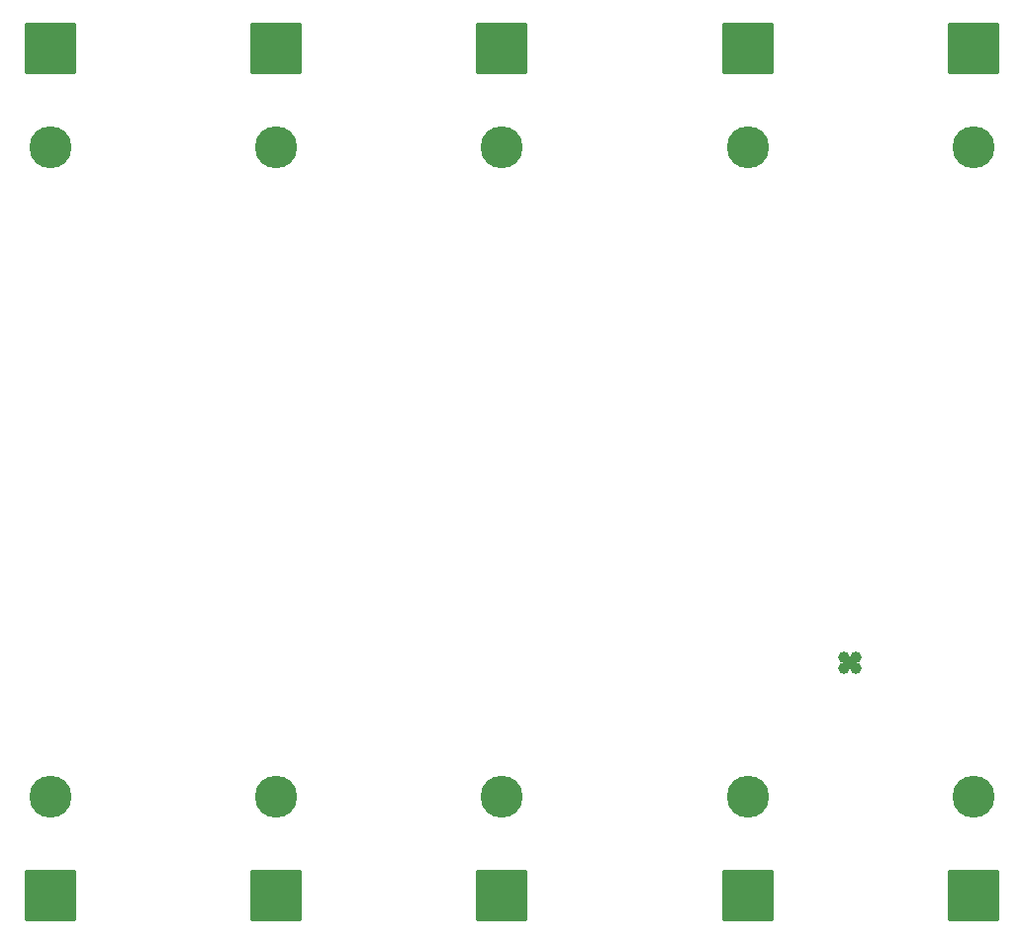
<source format=gbr>
%TF.GenerationSoftware,KiCad,Pcbnew,6.0.11+dfsg-1*%
%TF.CreationDate,2024-03-28T01:05:38+00:00*%
%TF.ProjectId,UST5BATT18650V01,55535435-4241-4545-9431-383635305630,rev?*%
%TF.SameCoordinates,PX463f660PY87a6900*%
%TF.FileFunction,Soldermask,Top*%
%TF.FilePolarity,Negative*%
%FSLAX46Y46*%
G04 Gerber Fmt 4.6, Leading zero omitted, Abs format (unit mm)*
G04 Created by KiCad (PCBNEW 6.0.11+dfsg-1) date 2024-03-28 01:05:38*
%MOMM*%
%LPD*%
G01*
G04 APERTURE LIST*
G04 Aperture macros list*
%AMRoundRect*
0 Rectangle with rounded corners*
0 $1 Rounding radius*
0 $2 $3 $4 $5 $6 $7 $8 $9 X,Y pos of 4 corners*
0 Add a 4 corners polygon primitive as box body*
4,1,4,$2,$3,$4,$5,$6,$7,$8,$9,$2,$3,0*
0 Add four circle primitives for the rounded corners*
1,1,$1+$1,$2,$3*
1,1,$1+$1,$4,$5*
1,1,$1+$1,$6,$7*
1,1,$1+$1,$8,$9*
0 Add four rect primitives between the rounded corners*
20,1,$1+$1,$2,$3,$4,$5,0*
20,1,$1+$1,$4,$5,$6,$7,0*
20,1,$1+$1,$6,$7,$8,$9,0*
20,1,$1+$1,$8,$9,$2,$3,0*%
G04 Aperture macros list end*
%ADD10C,3.600000*%
%ADD11RoundRect,0.200000X2.000000X-2.000000X2.000000X2.000000X-2.000000X2.000000X-2.000000X-2.000000X0*%
%ADD12C,1.000000*%
G04 APERTURE END LIST*
D10*
%TO.C,BT2*%
X10545000Y11195000D03*
X49145000Y66805000D03*
X29845000Y66805000D03*
X49145000Y11195000D03*
X10545000Y66805000D03*
X29845000Y11195000D03*
D11*
X10545000Y2750000D03*
X10545000Y75250000D03*
X29845000Y2750000D03*
X29845000Y75250000D03*
X49145000Y2750000D03*
X49145000Y75250000D03*
%TD*%
D10*
%TO.C,BT1*%
X70300000Y11190000D03*
X89600000Y11190000D03*
X89600000Y66810000D03*
X70300000Y66810000D03*
D11*
X70300000Y2700000D03*
X70300000Y75300000D03*
X89600000Y2700000D03*
X89600000Y75300000D03*
%TD*%
D12*
%TO.C,X1*%
X78978000Y22655000D03*
X79478000Y23155000D03*
X78478000Y22155000D03*
X79478000Y22155000D03*
X78478000Y23155000D03*
%TD*%
M02*

</source>
